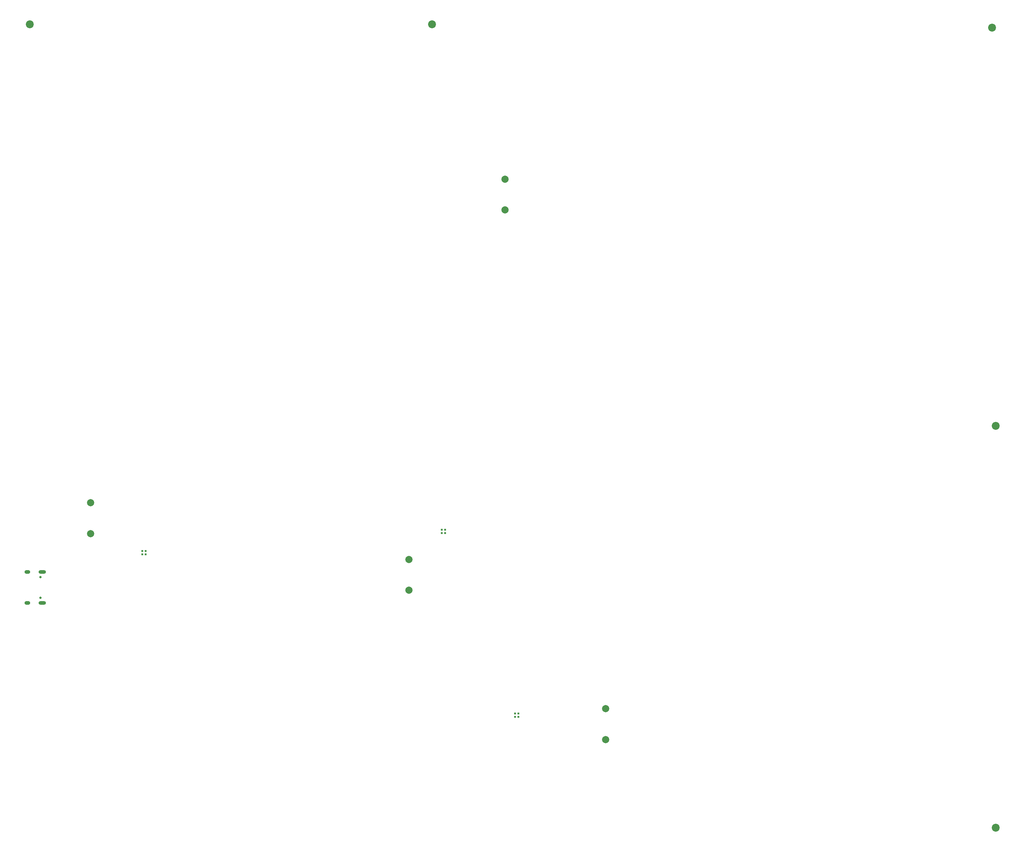
<source format=gts>
%TF.GenerationSoftware,KiCad,Pcbnew,(6.0.4)*%
%TF.CreationDate,2022-05-26T23:52:49-07:00*%
%TF.ProjectId,top_R,746f705f-522e-46b6-9963-61645f706362,rev?*%
%TF.SameCoordinates,Original*%
%TF.FileFunction,Soldermask,Top*%
%TF.FilePolarity,Negative*%
%FSLAX46Y46*%
G04 Gerber Fmt 4.6, Leading zero omitted, Abs format (unit mm)*
G04 Created by KiCad (PCBNEW (6.0.4)) date 2022-05-26 23:52:49*
%MOMM*%
%LPD*%
G01*
G04 APERTURE LIST*
%ADD10R,0.550000X0.550000*%
%ADD11C,2.000000*%
%ADD12C,2.200000*%
%ADD13C,0.650000*%
%ADD14O,1.600000X1.000000*%
%ADD15O,2.100000X1.000000*%
G04 APERTURE END LIST*
D10*
X158125000Y-216075000D03*
X159075000Y-216075000D03*
X159075000Y-215125000D03*
X158125000Y-215125000D03*
D11*
X128600000Y-172200000D03*
D10*
X54325000Y-170775000D03*
X55275000Y-170775000D03*
X55275000Y-169825000D03*
X54325000Y-169825000D03*
X137725000Y-164875000D03*
X138675000Y-164875000D03*
X138675000Y-163925000D03*
X137725000Y-163925000D03*
D11*
X155400000Y-74800000D03*
D12*
X292000000Y-135000000D03*
D11*
X183400000Y-213800000D03*
D12*
X135000000Y-23000000D03*
X292000000Y-247000000D03*
D11*
X155400000Y-66200000D03*
X183400000Y-222400000D03*
D12*
X291000000Y-24000000D03*
D11*
X128600000Y-180800000D03*
X40000000Y-156400000D03*
D12*
X23000000Y-23000000D03*
D11*
X40000000Y-165000000D03*
D13*
X25970000Y-177110000D03*
X25970000Y-182890000D03*
D14*
X22320000Y-175680000D03*
D15*
X26500000Y-175680000D03*
D14*
X22320000Y-184320000D03*
D15*
X26500000Y-184320000D03*
M02*

</source>
